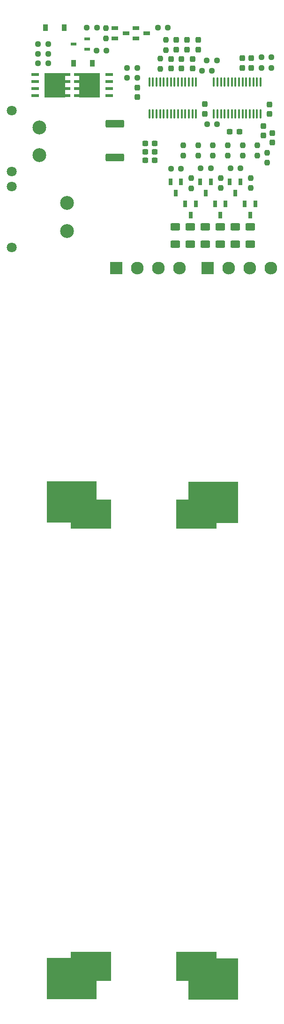
<source format=gts>
%TF.GenerationSoftware,KiCad,Pcbnew,9.0.6*%
%TF.CreationDate,2025-12-14T22:45:36+01:00*%
%TF.ProjectId,balancingboardbyd,62616c61-6e63-4696-9e67-626f61726462,rev?*%
%TF.SameCoordinates,Original*%
%TF.FileFunction,Soldermask,Top*%
%TF.FilePolarity,Negative*%
%FSLAX46Y46*%
G04 Gerber Fmt 4.6, Leading zero omitted, Abs format (unit mm)*
G04 Created by KiCad (PCBNEW 9.0.6) date 2025-12-14 22:45:36*
%MOMM*%
%LPD*%
G01*
G04 APERTURE LIST*
G04 Aperture macros list*
%AMRoundRect*
0 Rectangle with rounded corners*
0 $1 Rounding radius*
0 $2 $3 $4 $5 $6 $7 $8 $9 X,Y pos of 4 corners*
0 Add a 4 corners polygon primitive as box body*
4,1,4,$2,$3,$4,$5,$6,$7,$8,$9,$2,$3,0*
0 Add four circle primitives for the rounded corners*
1,1,$1+$1,$2,$3*
1,1,$1+$1,$4,$5*
1,1,$1+$1,$6,$7*
1,1,$1+$1,$8,$9*
0 Add four rect primitives between the rounded corners*
20,1,$1+$1,$2,$3,$4,$5,0*
20,1,$1+$1,$4,$5,$6,$7,0*
20,1,$1+$1,$6,$7,$8,$9,0*
20,1,$1+$1,$8,$9,$2,$3,0*%
G04 Aperture macros list end*
%ADD10RoundRect,0.237500X-0.300000X-0.237500X0.300000X-0.237500X0.300000X0.237500X-0.300000X0.237500X0*%
%ADD11R,1.250000X0.700000*%
%ADD12RoundRect,0.237500X-0.237500X0.300000X-0.237500X-0.300000X0.237500X-0.300000X0.237500X0.300000X0*%
%ADD13RoundRect,0.237500X0.250000X0.237500X-0.250000X0.237500X-0.250000X-0.237500X0.250000X-0.237500X0*%
%ADD14RoundRect,0.237500X0.237500X-0.250000X0.237500X0.250000X-0.237500X0.250000X-0.237500X-0.250000X0*%
%ADD15RoundRect,0.250000X0.625000X-0.400000X0.625000X0.400000X-0.625000X0.400000X-0.625000X-0.400000X0*%
%ADD16O,0.340000X1.730000*%
%ADD17R,9.000000X7.500000*%
%ADD18R,7.350000X5.320000*%
%ADD19RoundRect,0.237500X-0.250000X-0.237500X0.250000X-0.237500X0.250000X0.237500X-0.250000X0.237500X0*%
%ADD20RoundRect,0.237500X-0.237500X0.250000X-0.237500X-0.250000X0.237500X-0.250000X0.237500X0.250000X0*%
%ADD21R,0.700000X1.250000*%
%ADD22R,1.400000X0.610000*%
%ADD23R,3.810000X4.500000*%
%ADD24R,2.300000X2.300000*%
%ADD25C,2.300000*%
%ADD26RoundRect,0.249999X-1.425001X0.450001X-1.425001X-0.450001X1.425001X-0.450001X1.425001X0.450001X0*%
%ADD27R,0.950000X1.150000*%
%ADD28R,1.070000X0.600000*%
%ADD29C,2.500000*%
%ADD30C,1.800000*%
G04 APERTURE END LIST*
D10*
%TO.C,C9*%
X145712500Y-78065000D03*
X147437500Y-78065000D03*
%TD*%
D11*
%TO.C,Q6*%
X144025000Y-55665000D03*
X144025000Y-57565000D03*
X146025000Y-56615000D03*
%TD*%
D12*
%TO.C,C17*%
X151375000Y-57852500D03*
X151375000Y-59577500D03*
%TD*%
D13*
%TO.C,RVM1*%
X128187500Y-58615000D03*
X126362500Y-58615000D03*
%TD*%
D14*
%TO.C,R5*%
X165975000Y-78727500D03*
X165975000Y-76902500D03*
%TD*%
D15*
%TO.C,R18*%
X164675000Y-94725000D03*
X164675000Y-91625000D03*
%TD*%
D14*
%TO.C,Rccv2*%
X167775000Y-80027500D03*
X167775000Y-78202500D03*
%TD*%
%TO.C,R19*%
X163375000Y-78727500D03*
X163375000Y-76902500D03*
%TD*%
D16*
%TO.C,U1*%
X166585000Y-65475000D03*
X165935000Y-65475000D03*
X165285000Y-65475000D03*
X164635000Y-65475000D03*
X163985000Y-65475000D03*
X163335000Y-65475000D03*
X162675000Y-65475000D03*
X162025000Y-65475000D03*
X161375000Y-65475000D03*
X160725000Y-65475000D03*
X160075000Y-65475000D03*
X159425000Y-65475000D03*
X158775000Y-65475000D03*
X158125000Y-65475000D03*
X158125000Y-71215000D03*
X158775000Y-71215000D03*
X159425000Y-71215000D03*
X160075000Y-71215000D03*
X160725000Y-71215000D03*
X161375000Y-71215000D03*
X162025000Y-71215000D03*
X162675000Y-71215000D03*
X163335000Y-71215000D03*
X163985000Y-71215000D03*
X164635000Y-71215000D03*
X165285000Y-71215000D03*
X165935000Y-71215000D03*
X166585000Y-71215000D03*
%TD*%
D12*
%TO.C,C7*%
X156475000Y-69452500D03*
X156475000Y-71177500D03*
%TD*%
D10*
%TO.C,C5*%
X161012500Y-74415000D03*
X162737500Y-74415000D03*
%TD*%
D17*
%TO.C,U5*%
X132420000Y-227410000D03*
X132420000Y-141310000D03*
%TD*%
D13*
%TO.C,RDO1*%
X144287500Y-62915000D03*
X142462500Y-62915000D03*
%TD*%
%TO.C,RVIN1*%
X144287500Y-64665000D03*
X142462500Y-64665000D03*
%TD*%
D10*
%TO.C,C10*%
X145712500Y-79565000D03*
X147437500Y-79565000D03*
%TD*%
D18*
%TO.C,BT1*%
X155000000Y-143500000D03*
X155000000Y-225200000D03*
X135900000Y-143500000D03*
X135900000Y-225200000D03*
%TD*%
D19*
%TO.C,R17*%
X150382500Y-81065000D03*
X152207500Y-81065000D03*
%TD*%
D12*
%TO.C,C3*%
X168675000Y-74652500D03*
X168675000Y-76377500D03*
%TD*%
D13*
%TO.C,RP2*%
X137000000Y-55615000D03*
X135175000Y-55615000D03*
%TD*%
D14*
%TO.C,RTRH1*%
X148475000Y-63027500D03*
X148475000Y-61202500D03*
%TD*%
D20*
%TO.C,R12*%
X164775000Y-82772500D03*
X164775000Y-84597500D03*
%TD*%
D21*
%TO.C,Q10*%
X160225000Y-87475000D03*
X158325000Y-87475000D03*
X159275000Y-89475000D03*
%TD*%
%TO.C,Q5*%
X152175000Y-83465000D03*
X150275000Y-83465000D03*
X151225000Y-85465000D03*
%TD*%
D13*
%TO.C,R9*%
X149837500Y-55615000D03*
X148012500Y-55615000D03*
%TD*%
D14*
%TO.C,NTC1*%
X149475000Y-59640000D03*
X149475000Y-57815000D03*
%TD*%
D21*
%TO.C,Q2*%
X165625000Y-87475000D03*
X163725000Y-87475000D03*
X164675000Y-89475000D03*
%TD*%
D22*
%TO.C,Q7*%
X125875000Y-64085000D03*
X125875000Y-65355000D03*
X125875000Y-66635000D03*
X125875000Y-67905000D03*
X131515000Y-67905000D03*
X131515000Y-66635000D03*
X131515000Y-65355000D03*
X131515000Y-64085000D03*
D23*
X129405000Y-65995000D03*
%TD*%
D12*
%TO.C,C13*%
X155275000Y-57852500D03*
X155275000Y-59577500D03*
%TD*%
D20*
%TO.C,R26*%
X159375000Y-82772500D03*
X159375000Y-84597500D03*
%TD*%
D24*
%TO.C,CN5*%
X140480000Y-99080000D03*
D25*
X144300000Y-99080000D03*
X148110000Y-99080000D03*
X151920000Y-99080000D03*
%TD*%
D19*
%TO.C,R13*%
X155732500Y-81025000D03*
X157557500Y-81025000D03*
%TD*%
D13*
%TO.C,R4*%
X157787500Y-63415000D03*
X155962500Y-63415000D03*
%TD*%
D21*
%TO.C,Q3*%
X157575000Y-83465000D03*
X155675000Y-83465000D03*
X156625000Y-85465000D03*
%TD*%
D11*
%TO.C,Q1*%
X140275000Y-55665000D03*
X140275000Y-57565000D03*
X142275000Y-56615000D03*
%TD*%
D20*
%TO.C,R15*%
X154025000Y-82802500D03*
X154025000Y-84627500D03*
%TD*%
D12*
%TO.C,C14*%
X154275000Y-61252500D03*
X154275000Y-62977500D03*
%TD*%
D22*
%TO.C,Q11*%
X139215000Y-67915000D03*
X139215000Y-66645000D03*
X139215000Y-65365000D03*
X139215000Y-64095000D03*
X133575000Y-64095000D03*
X133575000Y-65365000D03*
X133575000Y-66645000D03*
X133575000Y-67915000D03*
D23*
X135685000Y-66005000D03*
%TD*%
D16*
%TO.C,U2*%
X154925000Y-65475000D03*
X154275000Y-65475000D03*
X153625000Y-65475000D03*
X152975000Y-65475000D03*
X152325000Y-65475000D03*
X151675000Y-65475000D03*
X151015000Y-65475000D03*
X150365000Y-65475000D03*
X149715000Y-65475000D03*
X149065000Y-65475000D03*
X148415000Y-65475000D03*
X147765000Y-65475000D03*
X147115000Y-65475000D03*
X146465000Y-65475000D03*
X146465000Y-71215000D03*
X147115000Y-71215000D03*
X147765000Y-71215000D03*
X148415000Y-71215000D03*
X149065000Y-71215000D03*
X149715000Y-71215000D03*
X150365000Y-71215000D03*
X151015000Y-71215000D03*
X151675000Y-71215000D03*
X152325000Y-71215000D03*
X152975000Y-71215000D03*
X153625000Y-71215000D03*
X154275000Y-71215000D03*
X154925000Y-71215000D03*
%TD*%
D19*
%TO.C,RM1*%
X136912500Y-59765000D03*
X138737500Y-59765000D03*
%TD*%
D17*
%TO.C,U4*%
X158020000Y-141360000D03*
X158020000Y-227460000D03*
%TD*%
D19*
%TO.C,R23*%
X161132500Y-81035000D03*
X162957500Y-81035000D03*
%TD*%
D26*
%TO.C,R24*%
X140275000Y-72965000D03*
X140275000Y-79065000D03*
%TD*%
D14*
%TO.C,R7*%
X155275000Y-78717500D03*
X155275000Y-76892500D03*
%TD*%
D13*
%TO.C,R1*%
X168525000Y-62915000D03*
X166700000Y-62915000D03*
%TD*%
D15*
%TO.C,R14*%
X153875000Y-94715000D03*
X153875000Y-91615000D03*
%TD*%
%TO.C,R27*%
X156575000Y-94715000D03*
X156575000Y-91615000D03*
%TD*%
D21*
%TO.C,Q4*%
X154875000Y-87465000D03*
X152975000Y-87465000D03*
X153925000Y-89465000D03*
%TD*%
D14*
%TO.C,RP1*%
X138675000Y-57540000D03*
X138675000Y-55715000D03*
%TD*%
D27*
%TO.C,D1*%
X132797500Y-62015000D03*
X136177500Y-62015000D03*
%TD*%
D12*
%TO.C,C16*%
X152275000Y-61252500D03*
X152275000Y-62977500D03*
%TD*%
D19*
%TO.C,RCO1*%
X126362500Y-62015000D03*
X128187500Y-62015000D03*
%TD*%
D24*
%TO.C,CN4*%
X156980000Y-99070000D03*
D25*
X160800000Y-99070000D03*
X164610000Y-99070000D03*
X168420000Y-99070000D03*
%TD*%
D12*
%TO.C,C1*%
X164875000Y-61152500D03*
X164875000Y-62877500D03*
%TD*%
%TO.C,C19*%
X144325000Y-66452500D03*
X144325000Y-68177500D03*
%TD*%
%TO.C,C6*%
X168175000Y-69490000D03*
X168175000Y-71215000D03*
%TD*%
D15*
%TO.C,R25*%
X159275000Y-94725000D03*
X159275000Y-91625000D03*
%TD*%
D13*
%TO.C,R2*%
X168537500Y-60915000D03*
X166712500Y-60915000D03*
%TD*%
D10*
%TO.C,C8*%
X145712500Y-76565000D03*
X147437500Y-76565000D03*
%TD*%
D14*
%TO.C,R20*%
X160675000Y-78727500D03*
X160675000Y-76902500D03*
%TD*%
%TO.C,R6*%
X157975000Y-78717500D03*
X157975000Y-76892500D03*
%TD*%
D12*
%TO.C,C2*%
X163275000Y-61152500D03*
X163275000Y-62877500D03*
%TD*%
D19*
%TO.C,RS1*%
X126362500Y-60315000D03*
X128187500Y-60315000D03*
%TD*%
D15*
%TO.C,R16*%
X151175000Y-94715000D03*
X151175000Y-91615000D03*
%TD*%
D27*
%TO.C,D2*%
X127685000Y-55615000D03*
X131065000Y-55615000D03*
%TD*%
D28*
%TO.C,Q8*%
X135275000Y-59515000D03*
X135275000Y-57615000D03*
X132795000Y-58565000D03*
%TD*%
D12*
%TO.C,C18*%
X150375000Y-61252500D03*
X150375000Y-62977500D03*
%TD*%
D14*
%TO.C,R8*%
X152575000Y-78717500D03*
X152575000Y-76892500D03*
%TD*%
D12*
%TO.C,C15*%
X153275000Y-57852500D03*
X153275000Y-59577500D03*
%TD*%
%TO.C,C4*%
X167075000Y-73352500D03*
X167075000Y-75077500D03*
%TD*%
D13*
%TO.C,Rccv1*%
X158737500Y-73035000D03*
X156912500Y-73035000D03*
%TD*%
D15*
%TO.C,R11*%
X161975000Y-94725000D03*
X161975000Y-91625000D03*
%TD*%
D13*
%TO.C,R3*%
X158687500Y-61515000D03*
X156862500Y-61515000D03*
%TD*%
D21*
%TO.C,Q9*%
X162925000Y-83475000D03*
X161025000Y-83475000D03*
X161975000Y-85475000D03*
%TD*%
D29*
%TO.C,U3*%
X126620000Y-78620000D03*
X126620000Y-73620000D03*
D30*
X121620000Y-70620000D03*
X121620000Y-81620000D03*
%TD*%
D29*
%TO.C,CN1*%
X131620000Y-92320000D03*
X131620000Y-87320000D03*
D30*
X121620000Y-84320000D03*
X121620000Y-95320000D03*
%TD*%
M02*

</source>
